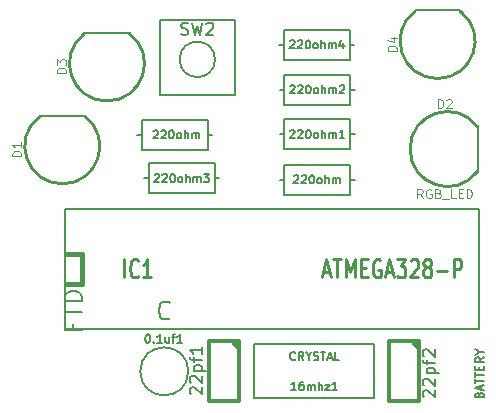
<source format=gto>
%FSLAX46Y46*%
G04 Gerber Fmt 4.6, Leading zero omitted, Abs format (unit mm)*
G04 Created by KiCad (PCBNEW (2014-jul-16 BZR unknown)-product) date Mon 06 Oct 2014 22:12:13 BST*
%MOMM*%
G01*
G04 APERTURE LIST*
%ADD10C,0.100000*%
%ADD11C,0.150000*%
%ADD12C,0.304800*%
%ADD13C,0.381000*%
%ADD14C,0.127000*%
%ADD15C,0.203200*%
%ADD16C,0.254000*%
%ADD17C,0.285750*%
%ADD18C,0.088900*%
G04 APERTURE END LIST*
D10*
D11*
X109728000Y-117856000D02*
G75*
G03X109728000Y-117856000I-2032000J0D01*
G74*
G01*
X115316000Y-115570000D02*
X125476000Y-115570000D01*
X125476000Y-115570000D02*
X125476000Y-120142000D01*
X125476000Y-120142000D02*
X115316000Y-120142000D01*
X115316000Y-115570000D02*
X115316000Y-120142000D01*
D12*
X114046000Y-115366800D02*
X114046000Y-120396000D01*
X114046000Y-120396000D02*
X111506000Y-120396000D01*
X111506000Y-120396000D02*
X111506000Y-115316000D01*
X111506000Y-115316000D02*
X114046000Y-115316000D01*
X113411000Y-115316000D02*
X114046000Y-115951000D01*
X129286000Y-115366800D02*
X129286000Y-120396000D01*
X129286000Y-120396000D02*
X126746000Y-120396000D01*
X126746000Y-120396000D02*
X126746000Y-115316000D01*
X126746000Y-115316000D02*
X129286000Y-115316000D01*
X128651000Y-115316000D02*
X129286000Y-115951000D01*
D11*
X99314000Y-104140000D02*
X99314000Y-114300000D01*
X99314000Y-114300000D02*
X134366000Y-114300000D01*
X134366000Y-114300000D02*
X134366000Y-104140000D01*
X134366000Y-104140000D02*
X99314000Y-104140000D01*
D13*
X99441000Y-107950000D02*
X100711000Y-107950000D01*
X100711000Y-107950000D02*
X100711000Y-110490000D01*
X100711000Y-110490000D02*
X99441000Y-110490000D01*
D11*
X113665000Y-94488000D02*
X113665000Y-88138000D01*
X113665000Y-88138000D02*
X107315000Y-88138000D01*
X107315000Y-88138000D02*
X107315000Y-94488000D01*
X107315000Y-94488000D02*
X113665000Y-94488000D01*
D14*
X111990000Y-91440000D02*
G75*
G03X111990000Y-91440000I-1500000J0D01*
G74*
G01*
D15*
X100965000Y-96215200D02*
X97155000Y-96215200D01*
D16*
X97152332Y-96268003D02*
G75*
G03X100965000Y-96266000I1907668J-2537997D01*
G74*
G01*
D15*
X134264400Y-100939600D02*
X134264400Y-97129600D01*
D16*
X134211597Y-97126932D02*
G75*
G03X134213600Y-100939600I-2537997J-1907668D01*
G74*
G01*
D15*
X104749600Y-89204800D02*
X100939600Y-89204800D01*
D16*
X100936932Y-89257603D02*
G75*
G03X104749600Y-89255600I1907668J-2537997D01*
G74*
G01*
D11*
X117856000Y-97790000D02*
X117475000Y-97790000D01*
X123444000Y-97790000D02*
X123825000Y-97790000D01*
X123444000Y-99060000D02*
X117856000Y-99060000D01*
X117856000Y-99060000D02*
X117856000Y-96520000D01*
X117856000Y-96520000D02*
X123444000Y-96520000D01*
X123444000Y-96520000D02*
X123444000Y-99060000D01*
X117856000Y-94005400D02*
X117475000Y-94005400D01*
X123444000Y-94005400D02*
X123825000Y-94005400D01*
X123444000Y-95275400D02*
X117856000Y-95275400D01*
X117856000Y-95275400D02*
X117856000Y-92735400D01*
X117856000Y-92735400D02*
X123444000Y-92735400D01*
X123444000Y-92735400D02*
X123444000Y-95275400D01*
X111963200Y-101523800D02*
X112344200Y-101523800D01*
X106375200Y-101523800D02*
X105994200Y-101523800D01*
X106375200Y-100253800D02*
X111963200Y-100253800D01*
X111963200Y-100253800D02*
X111963200Y-102793800D01*
X111963200Y-102793800D02*
X106375200Y-102793800D01*
X106375200Y-102793800D02*
X106375200Y-100253800D01*
X123418600Y-90195400D02*
X123799600Y-90195400D01*
X117830600Y-90195400D02*
X117449600Y-90195400D01*
X117830600Y-88925400D02*
X123418600Y-88925400D01*
X123418600Y-88925400D02*
X123418600Y-91465400D01*
X123418600Y-91465400D02*
X117830600Y-91465400D01*
X117830600Y-91465400D02*
X117830600Y-88925400D01*
X117856000Y-101625400D02*
X117475000Y-101625400D01*
X123444000Y-101625400D02*
X123825000Y-101625400D01*
X123444000Y-102895400D02*
X117856000Y-102895400D01*
X117856000Y-102895400D02*
X117856000Y-100355400D01*
X117856000Y-100355400D02*
X123444000Y-100355400D01*
X123444000Y-100355400D02*
X123444000Y-102895400D01*
X111379000Y-97815400D02*
X111760000Y-97815400D01*
X105791000Y-97815400D02*
X105410000Y-97815400D01*
X105791000Y-96545400D02*
X111379000Y-96545400D01*
X111379000Y-96545400D02*
X111379000Y-99085400D01*
X111379000Y-99085400D02*
X105791000Y-99085400D01*
X105791000Y-99085400D02*
X105791000Y-96545400D01*
D15*
X132740400Y-87299800D02*
X128930400Y-87299800D01*
D16*
X128927732Y-87352603D02*
G75*
G03X132740400Y-87350600I1907668J-2537997D01*
G74*
G01*
D11*
X106261867Y-114729467D02*
X106328534Y-114729467D01*
X106395200Y-114762800D01*
X106428534Y-114796133D01*
X106461867Y-114862800D01*
X106495200Y-114996133D01*
X106495200Y-115162800D01*
X106461867Y-115296133D01*
X106428534Y-115362800D01*
X106395200Y-115396133D01*
X106328534Y-115429467D01*
X106261867Y-115429467D01*
X106195200Y-115396133D01*
X106161867Y-115362800D01*
X106128534Y-115296133D01*
X106095200Y-115162800D01*
X106095200Y-114996133D01*
X106128534Y-114862800D01*
X106161867Y-114796133D01*
X106195200Y-114762800D01*
X106261867Y-114729467D01*
X106795201Y-115362800D02*
X106828534Y-115396133D01*
X106795201Y-115429467D01*
X106761867Y-115396133D01*
X106795201Y-115362800D01*
X106795201Y-115429467D01*
X107495200Y-115429467D02*
X107095200Y-115429467D01*
X107295200Y-115429467D02*
X107295200Y-114729467D01*
X107228534Y-114829467D01*
X107161867Y-114896133D01*
X107095200Y-114929467D01*
X108095201Y-114962800D02*
X108095201Y-115429467D01*
X107795201Y-114962800D02*
X107795201Y-115329467D01*
X107828534Y-115396133D01*
X107895201Y-115429467D01*
X107995201Y-115429467D01*
X108061867Y-115396133D01*
X108095201Y-115362800D01*
X108328534Y-114962800D02*
X108595200Y-114962800D01*
X108428534Y-115429467D02*
X108428534Y-114829467D01*
X108461867Y-114762800D01*
X108528534Y-114729467D01*
X108595200Y-114729467D01*
X109195200Y-115429467D02*
X108795200Y-115429467D01*
X108995200Y-115429467D02*
X108995200Y-114729467D01*
X108928534Y-114829467D01*
X108861867Y-114896133D01*
X108795200Y-114929467D01*
X108160286Y-113311714D02*
X108088857Y-113383143D01*
X107874571Y-113454571D01*
X107731714Y-113454571D01*
X107517429Y-113383143D01*
X107374571Y-113240286D01*
X107303143Y-113097429D01*
X107231714Y-112811714D01*
X107231714Y-112597429D01*
X107303143Y-112311714D01*
X107374571Y-112168857D01*
X107517429Y-112026000D01*
X107731714Y-111954571D01*
X107874571Y-111954571D01*
X108088857Y-112026000D01*
X108160286Y-112097429D01*
X118862666Y-119442667D02*
X118462666Y-119442667D01*
X118662666Y-119442667D02*
X118662666Y-118742667D01*
X118596000Y-118842667D01*
X118529333Y-118909333D01*
X118462666Y-118942667D01*
X119462667Y-118742667D02*
X119329333Y-118742667D01*
X119262667Y-118776000D01*
X119229333Y-118809333D01*
X119162667Y-118909333D01*
X119129333Y-119042667D01*
X119129333Y-119309333D01*
X119162667Y-119376000D01*
X119196000Y-119409333D01*
X119262667Y-119442667D01*
X119396000Y-119442667D01*
X119462667Y-119409333D01*
X119496000Y-119376000D01*
X119529333Y-119309333D01*
X119529333Y-119142667D01*
X119496000Y-119076000D01*
X119462667Y-119042667D01*
X119396000Y-119009333D01*
X119262667Y-119009333D01*
X119196000Y-119042667D01*
X119162667Y-119076000D01*
X119129333Y-119142667D01*
X119829334Y-119442667D02*
X119829334Y-118976000D01*
X119829334Y-119042667D02*
X119862667Y-119009333D01*
X119929334Y-118976000D01*
X120029334Y-118976000D01*
X120096000Y-119009333D01*
X120129334Y-119076000D01*
X120129334Y-119442667D01*
X120129334Y-119076000D02*
X120162667Y-119009333D01*
X120229334Y-118976000D01*
X120329334Y-118976000D01*
X120396000Y-119009333D01*
X120429334Y-119076000D01*
X120429334Y-119442667D01*
X120762667Y-119442667D02*
X120762667Y-118742667D01*
X121062667Y-119442667D02*
X121062667Y-119076000D01*
X121029333Y-119009333D01*
X120962667Y-118976000D01*
X120862667Y-118976000D01*
X120796000Y-119009333D01*
X120762667Y-119042667D01*
X121329333Y-118976000D02*
X121696000Y-118976000D01*
X121329333Y-119442667D01*
X121696000Y-119442667D01*
X122329333Y-119442667D02*
X121929333Y-119442667D01*
X122129333Y-119442667D02*
X122129333Y-118742667D01*
X122062667Y-118842667D01*
X121996000Y-118909333D01*
X121929333Y-118942667D01*
X118779334Y-116836000D02*
X118746000Y-116869333D01*
X118646000Y-116902667D01*
X118579334Y-116902667D01*
X118479334Y-116869333D01*
X118412667Y-116802667D01*
X118379334Y-116736000D01*
X118346000Y-116602667D01*
X118346000Y-116502667D01*
X118379334Y-116369333D01*
X118412667Y-116302667D01*
X118479334Y-116236000D01*
X118579334Y-116202667D01*
X118646000Y-116202667D01*
X118746000Y-116236000D01*
X118779334Y-116269333D01*
X119479334Y-116902667D02*
X119246000Y-116569333D01*
X119079334Y-116902667D02*
X119079334Y-116202667D01*
X119346000Y-116202667D01*
X119412667Y-116236000D01*
X119446000Y-116269333D01*
X119479334Y-116336000D01*
X119479334Y-116436000D01*
X119446000Y-116502667D01*
X119412667Y-116536000D01*
X119346000Y-116569333D01*
X119079334Y-116569333D01*
X119912667Y-116569333D02*
X119912667Y-116902667D01*
X119679334Y-116202667D02*
X119912667Y-116569333D01*
X120146000Y-116202667D01*
X120346000Y-116869333D02*
X120446000Y-116902667D01*
X120612667Y-116902667D01*
X120679334Y-116869333D01*
X120712667Y-116836000D01*
X120746000Y-116769333D01*
X120746000Y-116702667D01*
X120712667Y-116636000D01*
X120679334Y-116602667D01*
X120612667Y-116569333D01*
X120479334Y-116536000D01*
X120412667Y-116502667D01*
X120379334Y-116469333D01*
X120346000Y-116402667D01*
X120346000Y-116336000D01*
X120379334Y-116269333D01*
X120412667Y-116236000D01*
X120479334Y-116202667D01*
X120646000Y-116202667D01*
X120746000Y-116236000D01*
X120946001Y-116202667D02*
X121346001Y-116202667D01*
X121146001Y-116902667D02*
X121146001Y-116202667D01*
X121546000Y-116702667D02*
X121879334Y-116702667D01*
X121479334Y-116902667D02*
X121712667Y-116202667D01*
X121946000Y-116902667D01*
X122512667Y-116902667D02*
X122179334Y-116902667D01*
X122179334Y-116202667D01*
D15*
X109961419Y-119755991D02*
X109913800Y-119708372D01*
X109866181Y-119613134D01*
X109866181Y-119375038D01*
X109913800Y-119279800D01*
X109961419Y-119232181D01*
X110056657Y-119184562D01*
X110151895Y-119184562D01*
X110294752Y-119232181D01*
X110866181Y-119803610D01*
X110866181Y-119184562D01*
X109961419Y-118803610D02*
X109913800Y-118755991D01*
X109866181Y-118660753D01*
X109866181Y-118422657D01*
X109913800Y-118327419D01*
X109961419Y-118279800D01*
X110056657Y-118232181D01*
X110151895Y-118232181D01*
X110294752Y-118279800D01*
X110866181Y-118851229D01*
X110866181Y-118232181D01*
X110199514Y-117803610D02*
X111199514Y-117803610D01*
X110247133Y-117803610D02*
X110199514Y-117708372D01*
X110199514Y-117517895D01*
X110247133Y-117422657D01*
X110294752Y-117375038D01*
X110389990Y-117327419D01*
X110675705Y-117327419D01*
X110770943Y-117375038D01*
X110818562Y-117422657D01*
X110866181Y-117517895D01*
X110866181Y-117708372D01*
X110818562Y-117803610D01*
X110199514Y-117041705D02*
X110199514Y-116660753D01*
X110866181Y-116898848D02*
X110009038Y-116898848D01*
X109913800Y-116851229D01*
X109866181Y-116755991D01*
X109866181Y-116660753D01*
X110866181Y-115803609D02*
X110866181Y-116375038D01*
X110866181Y-116089324D02*
X109866181Y-116089324D01*
X110009038Y-116184562D01*
X110104276Y-116279800D01*
X110151895Y-116375038D01*
X129664581Y-120016209D02*
X129616200Y-119967828D01*
X129567819Y-119871066D01*
X129567819Y-119629162D01*
X129616200Y-119532400D01*
X129664581Y-119484019D01*
X129761343Y-119435638D01*
X129858105Y-119435638D01*
X130003248Y-119484019D01*
X130583819Y-120064590D01*
X130583819Y-119435638D01*
X129664581Y-119048590D02*
X129616200Y-119000209D01*
X129567819Y-118903447D01*
X129567819Y-118661543D01*
X129616200Y-118564781D01*
X129664581Y-118516400D01*
X129761343Y-118468019D01*
X129858105Y-118468019D01*
X130003248Y-118516400D01*
X130583819Y-119096971D01*
X130583819Y-118468019D01*
X129906486Y-118032590D02*
X130922486Y-118032590D01*
X129954867Y-118032590D02*
X129906486Y-117935828D01*
X129906486Y-117742305D01*
X129954867Y-117645543D01*
X130003248Y-117597162D01*
X130100010Y-117548781D01*
X130390295Y-117548781D01*
X130487057Y-117597162D01*
X130535438Y-117645543D01*
X130583819Y-117742305D01*
X130583819Y-117935828D01*
X130535438Y-118032590D01*
X129906486Y-117258495D02*
X129906486Y-116871447D01*
X130583819Y-117113352D02*
X129712962Y-117113352D01*
X129616200Y-117064971D01*
X129567819Y-116968209D01*
X129567819Y-116871447D01*
X129664581Y-116581162D02*
X129616200Y-116532781D01*
X129567819Y-116436019D01*
X129567819Y-116194115D01*
X129616200Y-116097353D01*
X129664581Y-116048972D01*
X129761343Y-116000591D01*
X129858105Y-116000591D01*
X130003248Y-116048972D01*
X130583819Y-116629543D01*
X130583819Y-116000591D01*
D17*
X104294215Y-109909429D02*
X104294215Y-108385429D01*
X105491644Y-109764286D02*
X105437215Y-109836857D01*
X105273929Y-109909429D01*
X105165072Y-109909429D01*
X105001787Y-109836857D01*
X104892929Y-109691714D01*
X104838501Y-109546571D01*
X104784072Y-109256286D01*
X104784072Y-109038571D01*
X104838501Y-108748286D01*
X104892929Y-108603143D01*
X105001787Y-108458000D01*
X105165072Y-108385429D01*
X105273929Y-108385429D01*
X105437215Y-108458000D01*
X105491644Y-108530571D01*
X106580215Y-109909429D02*
X105927072Y-109909429D01*
X106253644Y-109909429D02*
X106253644Y-108385429D01*
X106144787Y-108603143D01*
X106035929Y-108748286D01*
X105927072Y-108820857D01*
D12*
D17*
X121148929Y-109474000D02*
X121693215Y-109474000D01*
X121040072Y-109909429D02*
X121421072Y-108385429D01*
X121802072Y-109909429D01*
X122019786Y-108385429D02*
X122672929Y-108385429D01*
X122346358Y-109909429D02*
X122346358Y-108385429D01*
X123053929Y-109909429D02*
X123053929Y-108385429D01*
X123434929Y-109474000D01*
X123815929Y-108385429D01*
X123815929Y-109909429D01*
X124360215Y-109111143D02*
X124741215Y-109111143D01*
X124904501Y-109909429D02*
X124360215Y-109909429D01*
X124360215Y-108385429D01*
X124904501Y-108385429D01*
X125993072Y-108458000D02*
X125884215Y-108385429D01*
X125720929Y-108385429D01*
X125557644Y-108458000D01*
X125448786Y-108603143D01*
X125394358Y-108748286D01*
X125339929Y-109038571D01*
X125339929Y-109256286D01*
X125394358Y-109546571D01*
X125448786Y-109691714D01*
X125557644Y-109836857D01*
X125720929Y-109909429D01*
X125829786Y-109909429D01*
X125993072Y-109836857D01*
X126047501Y-109764286D01*
X126047501Y-109256286D01*
X125829786Y-109256286D01*
X126482929Y-109474000D02*
X127027215Y-109474000D01*
X126374072Y-109909429D02*
X126755072Y-108385429D01*
X127136072Y-109909429D01*
X127408215Y-108385429D02*
X128115786Y-108385429D01*
X127734786Y-108966000D01*
X127898072Y-108966000D01*
X128006929Y-109038571D01*
X128061358Y-109111143D01*
X128115786Y-109256286D01*
X128115786Y-109619143D01*
X128061358Y-109764286D01*
X128006929Y-109836857D01*
X127898072Y-109909429D01*
X127571500Y-109909429D01*
X127462643Y-109836857D01*
X127408215Y-109764286D01*
X128551214Y-108530571D02*
X128605643Y-108458000D01*
X128714500Y-108385429D01*
X128986643Y-108385429D01*
X129095500Y-108458000D01*
X129149929Y-108530571D01*
X129204357Y-108675714D01*
X129204357Y-108820857D01*
X129149929Y-109038571D01*
X128496786Y-109909429D01*
X129204357Y-109909429D01*
X129857500Y-109038571D02*
X129748642Y-108966000D01*
X129694214Y-108893429D01*
X129639785Y-108748286D01*
X129639785Y-108675714D01*
X129694214Y-108530571D01*
X129748642Y-108458000D01*
X129857500Y-108385429D01*
X130075214Y-108385429D01*
X130184071Y-108458000D01*
X130238500Y-108530571D01*
X130292928Y-108675714D01*
X130292928Y-108748286D01*
X130238500Y-108893429D01*
X130184071Y-108966000D01*
X130075214Y-109038571D01*
X129857500Y-109038571D01*
X129748642Y-109111143D01*
X129694214Y-109183714D01*
X129639785Y-109328857D01*
X129639785Y-109619143D01*
X129694214Y-109764286D01*
X129748642Y-109836857D01*
X129857500Y-109909429D01*
X130075214Y-109909429D01*
X130184071Y-109836857D01*
X130238500Y-109764286D01*
X130292928Y-109619143D01*
X130292928Y-109328857D01*
X130238500Y-109183714D01*
X130184071Y-109111143D01*
X130075214Y-109038571D01*
X130782785Y-109328857D02*
X131653642Y-109328857D01*
X132197928Y-109909429D02*
X132197928Y-108385429D01*
X132633356Y-108385429D01*
X132742214Y-108458000D01*
X132796642Y-108530571D01*
X132851071Y-108675714D01*
X132851071Y-108893429D01*
X132796642Y-109038571D01*
X132742214Y-109111143D01*
X132633356Y-109183714D01*
X132197928Y-109183714D01*
D15*
X109135334Y-89311238D02*
X109280477Y-89359619D01*
X109522381Y-89359619D01*
X109619143Y-89311238D01*
X109667524Y-89262857D01*
X109715905Y-89166095D01*
X109715905Y-89069333D01*
X109667524Y-88972571D01*
X109619143Y-88924190D01*
X109522381Y-88875810D01*
X109328858Y-88827429D01*
X109232096Y-88779048D01*
X109183715Y-88730667D01*
X109135334Y-88633905D01*
X109135334Y-88537143D01*
X109183715Y-88440381D01*
X109232096Y-88392000D01*
X109328858Y-88343619D01*
X109570762Y-88343619D01*
X109715905Y-88392000D01*
X110054572Y-88343619D02*
X110296477Y-89359619D01*
X110490000Y-88633905D01*
X110683524Y-89359619D01*
X110925429Y-88343619D01*
X111264096Y-88440381D02*
X111312477Y-88392000D01*
X111409239Y-88343619D01*
X111651143Y-88343619D01*
X111747905Y-88392000D01*
X111796286Y-88440381D01*
X111844667Y-88537143D01*
X111844667Y-88633905D01*
X111796286Y-88779048D01*
X111215715Y-89359619D01*
X111844667Y-89359619D01*
D11*
X134366800Y-119834599D02*
X134400133Y-119734599D01*
X134433467Y-119701266D01*
X134500133Y-119667932D01*
X134600133Y-119667932D01*
X134666800Y-119701266D01*
X134700133Y-119734599D01*
X134733467Y-119801266D01*
X134733467Y-120067932D01*
X134033467Y-120067932D01*
X134033467Y-119834599D01*
X134066800Y-119767932D01*
X134100133Y-119734599D01*
X134166800Y-119701266D01*
X134233467Y-119701266D01*
X134300133Y-119734599D01*
X134333467Y-119767932D01*
X134366800Y-119834599D01*
X134366800Y-120067932D01*
X134533467Y-119401266D02*
X134533467Y-119067932D01*
X134733467Y-119467932D02*
X134033467Y-119234599D01*
X134733467Y-119001266D01*
X134033467Y-118867932D02*
X134033467Y-118467932D01*
X134733467Y-118667932D02*
X134033467Y-118667932D01*
X134033467Y-118334599D02*
X134033467Y-117934599D01*
X134733467Y-118134599D02*
X134033467Y-118134599D01*
X134366800Y-117701266D02*
X134366800Y-117467933D01*
X134733467Y-117367933D02*
X134733467Y-117701266D01*
X134033467Y-117701266D01*
X134033467Y-117367933D01*
X134733467Y-116667933D02*
X134400133Y-116901267D01*
X134733467Y-117067933D02*
X134033467Y-117067933D01*
X134033467Y-116801267D01*
X134066800Y-116734600D01*
X134100133Y-116701267D01*
X134166800Y-116667933D01*
X134266800Y-116667933D01*
X134333467Y-116701267D01*
X134366800Y-116734600D01*
X134400133Y-116801267D01*
X134400133Y-117067933D01*
X134400133Y-116234600D02*
X134733467Y-116234600D01*
X134033467Y-116467933D02*
X134400133Y-116234600D01*
X134033467Y-116001267D01*
X99968857Y-113859285D02*
X99968857Y-114359285D01*
X100754571Y-114359285D02*
X99254571Y-114359285D01*
X99254571Y-113644999D01*
X99254571Y-113287857D02*
X99254571Y-112430714D01*
X100754571Y-112859285D02*
X99254571Y-112859285D01*
X100754571Y-111930714D02*
X99254571Y-111930714D01*
X99254571Y-111573571D01*
X99326000Y-111359286D01*
X99468857Y-111216428D01*
X99611714Y-111145000D01*
X99897429Y-111073571D01*
X100111714Y-111073571D01*
X100397429Y-111145000D01*
X100540286Y-111216428D01*
X100683143Y-111359286D01*
X100754571Y-111573571D01*
X100754571Y-111930714D01*
X100754571Y-110430714D02*
X99254571Y-110430714D01*
D18*
X95594714Y-99622428D02*
X94832714Y-99622428D01*
X94832714Y-99441000D01*
X94869000Y-99332143D01*
X94941571Y-99259571D01*
X95014143Y-99223286D01*
X95159286Y-99187000D01*
X95268143Y-99187000D01*
X95413286Y-99223286D01*
X95485857Y-99259571D01*
X95558429Y-99332143D01*
X95594714Y-99441000D01*
X95594714Y-99622428D01*
X95594714Y-98461286D02*
X95594714Y-98896714D01*
X95594714Y-98679000D02*
X94832714Y-98679000D01*
X94941571Y-98751571D01*
X95014143Y-98824143D01*
X95050429Y-98896714D01*
X130857172Y-95569314D02*
X130857172Y-94807314D01*
X131038600Y-94807314D01*
X131147457Y-94843600D01*
X131220029Y-94916171D01*
X131256314Y-94988743D01*
X131292600Y-95133886D01*
X131292600Y-95242743D01*
X131256314Y-95387886D01*
X131220029Y-95460457D01*
X131147457Y-95533029D01*
X131038600Y-95569314D01*
X130857172Y-95569314D01*
X131582886Y-94879886D02*
X131619172Y-94843600D01*
X131691743Y-94807314D01*
X131873172Y-94807314D01*
X131945743Y-94843600D01*
X131982029Y-94879886D01*
X132018314Y-94952457D01*
X132018314Y-95025029D01*
X131982029Y-95133886D01*
X131546600Y-95569314D01*
X132018314Y-95569314D01*
X129569029Y-103189314D02*
X129315029Y-102826457D01*
X129133601Y-103189314D02*
X129133601Y-102427314D01*
X129423886Y-102427314D01*
X129496458Y-102463600D01*
X129532743Y-102499886D01*
X129569029Y-102572457D01*
X129569029Y-102681314D01*
X129532743Y-102753886D01*
X129496458Y-102790171D01*
X129423886Y-102826457D01*
X129133601Y-102826457D01*
X130294743Y-102463600D02*
X130222172Y-102427314D01*
X130113315Y-102427314D01*
X130004458Y-102463600D01*
X129931886Y-102536171D01*
X129895601Y-102608743D01*
X129859315Y-102753886D01*
X129859315Y-102862743D01*
X129895601Y-103007886D01*
X129931886Y-103080457D01*
X130004458Y-103153029D01*
X130113315Y-103189314D01*
X130185886Y-103189314D01*
X130294743Y-103153029D01*
X130331029Y-103116743D01*
X130331029Y-102862743D01*
X130185886Y-102862743D01*
X130911601Y-102790171D02*
X131020458Y-102826457D01*
X131056743Y-102862743D01*
X131093029Y-102935314D01*
X131093029Y-103044171D01*
X131056743Y-103116743D01*
X131020458Y-103153029D01*
X130947886Y-103189314D01*
X130657601Y-103189314D01*
X130657601Y-102427314D01*
X130911601Y-102427314D01*
X130984172Y-102463600D01*
X131020458Y-102499886D01*
X131056743Y-102572457D01*
X131056743Y-102645029D01*
X131020458Y-102717600D01*
X130984172Y-102753886D01*
X130911601Y-102790171D01*
X130657601Y-102790171D01*
X131238172Y-103261886D02*
X131818743Y-103261886D01*
X132363029Y-103189314D02*
X132000172Y-103189314D01*
X132000172Y-102427314D01*
X132617029Y-102790171D02*
X132871029Y-102790171D01*
X132979886Y-103189314D02*
X132617029Y-103189314D01*
X132617029Y-102427314D01*
X132979886Y-102427314D01*
X133306458Y-103189314D02*
X133306458Y-102427314D01*
X133487886Y-102427314D01*
X133596743Y-102463600D01*
X133669315Y-102536171D01*
X133705600Y-102608743D01*
X133741886Y-102753886D01*
X133741886Y-102862743D01*
X133705600Y-103007886D01*
X133669315Y-103080457D01*
X133596743Y-103153029D01*
X133487886Y-103189314D01*
X133306458Y-103189314D01*
X99379314Y-92612028D02*
X98617314Y-92612028D01*
X98617314Y-92430600D01*
X98653600Y-92321743D01*
X98726171Y-92249171D01*
X98798743Y-92212886D01*
X98943886Y-92176600D01*
X99052743Y-92176600D01*
X99197886Y-92212886D01*
X99270457Y-92249171D01*
X99343029Y-92321743D01*
X99379314Y-92430600D01*
X99379314Y-92612028D01*
X98617314Y-91922600D02*
X98617314Y-91450886D01*
X98907600Y-91704886D01*
X98907600Y-91596028D01*
X98943886Y-91523457D01*
X98980171Y-91487171D01*
X99052743Y-91450886D01*
X99234171Y-91450886D01*
X99306743Y-91487171D01*
X99343029Y-91523457D01*
X99379314Y-91596028D01*
X99379314Y-91813743D01*
X99343029Y-91886314D01*
X99306743Y-91922600D01*
D11*
X118350000Y-97473333D02*
X118383334Y-97440000D01*
X118450000Y-97406667D01*
X118616667Y-97406667D01*
X118683334Y-97440000D01*
X118716667Y-97473333D01*
X118750000Y-97540000D01*
X118750000Y-97606667D01*
X118716667Y-97706667D01*
X118316667Y-98106667D01*
X118750000Y-98106667D01*
X119016667Y-97473333D02*
X119050001Y-97440000D01*
X119116667Y-97406667D01*
X119283334Y-97406667D01*
X119350001Y-97440000D01*
X119383334Y-97473333D01*
X119416667Y-97540000D01*
X119416667Y-97606667D01*
X119383334Y-97706667D01*
X118983334Y-98106667D01*
X119416667Y-98106667D01*
X119850001Y-97406667D02*
X119916668Y-97406667D01*
X119983334Y-97440000D01*
X120016668Y-97473333D01*
X120050001Y-97540000D01*
X120083334Y-97673333D01*
X120083334Y-97840000D01*
X120050001Y-97973333D01*
X120016668Y-98040000D01*
X119983334Y-98073333D01*
X119916668Y-98106667D01*
X119850001Y-98106667D01*
X119783334Y-98073333D01*
X119750001Y-98040000D01*
X119716668Y-97973333D01*
X119683334Y-97840000D01*
X119683334Y-97673333D01*
X119716668Y-97540000D01*
X119750001Y-97473333D01*
X119783334Y-97440000D01*
X119850001Y-97406667D01*
X120483335Y-98106667D02*
X120416668Y-98073333D01*
X120383335Y-98040000D01*
X120350001Y-97973333D01*
X120350001Y-97773333D01*
X120383335Y-97706667D01*
X120416668Y-97673333D01*
X120483335Y-97640000D01*
X120583335Y-97640000D01*
X120650001Y-97673333D01*
X120683335Y-97706667D01*
X120716668Y-97773333D01*
X120716668Y-97973333D01*
X120683335Y-98040000D01*
X120650001Y-98073333D01*
X120583335Y-98106667D01*
X120483335Y-98106667D01*
X121016668Y-98106667D02*
X121016668Y-97406667D01*
X121316668Y-98106667D02*
X121316668Y-97740000D01*
X121283334Y-97673333D01*
X121216668Y-97640000D01*
X121116668Y-97640000D01*
X121050001Y-97673333D01*
X121016668Y-97706667D01*
X121650001Y-98106667D02*
X121650001Y-97640000D01*
X121650001Y-97706667D02*
X121683334Y-97673333D01*
X121750001Y-97640000D01*
X121850001Y-97640000D01*
X121916667Y-97673333D01*
X121950001Y-97740000D01*
X121950001Y-98106667D01*
X121950001Y-97740000D02*
X121983334Y-97673333D01*
X122050001Y-97640000D01*
X122150001Y-97640000D01*
X122216667Y-97673333D01*
X122250001Y-97740000D01*
X122250001Y-98106667D01*
X122950000Y-98106667D02*
X122550000Y-98106667D01*
X122750000Y-98106667D02*
X122750000Y-97406667D01*
X122683334Y-97506667D01*
X122616667Y-97573333D01*
X122550000Y-97606667D01*
X118350000Y-93688733D02*
X118383334Y-93655400D01*
X118450000Y-93622067D01*
X118616667Y-93622067D01*
X118683334Y-93655400D01*
X118716667Y-93688733D01*
X118750000Y-93755400D01*
X118750000Y-93822067D01*
X118716667Y-93922067D01*
X118316667Y-94322067D01*
X118750000Y-94322067D01*
X119016667Y-93688733D02*
X119050001Y-93655400D01*
X119116667Y-93622067D01*
X119283334Y-93622067D01*
X119350001Y-93655400D01*
X119383334Y-93688733D01*
X119416667Y-93755400D01*
X119416667Y-93822067D01*
X119383334Y-93922067D01*
X118983334Y-94322067D01*
X119416667Y-94322067D01*
X119850001Y-93622067D02*
X119916668Y-93622067D01*
X119983334Y-93655400D01*
X120016668Y-93688733D01*
X120050001Y-93755400D01*
X120083334Y-93888733D01*
X120083334Y-94055400D01*
X120050001Y-94188733D01*
X120016668Y-94255400D01*
X119983334Y-94288733D01*
X119916668Y-94322067D01*
X119850001Y-94322067D01*
X119783334Y-94288733D01*
X119750001Y-94255400D01*
X119716668Y-94188733D01*
X119683334Y-94055400D01*
X119683334Y-93888733D01*
X119716668Y-93755400D01*
X119750001Y-93688733D01*
X119783334Y-93655400D01*
X119850001Y-93622067D01*
X120483335Y-94322067D02*
X120416668Y-94288733D01*
X120383335Y-94255400D01*
X120350001Y-94188733D01*
X120350001Y-93988733D01*
X120383335Y-93922067D01*
X120416668Y-93888733D01*
X120483335Y-93855400D01*
X120583335Y-93855400D01*
X120650001Y-93888733D01*
X120683335Y-93922067D01*
X120716668Y-93988733D01*
X120716668Y-94188733D01*
X120683335Y-94255400D01*
X120650001Y-94288733D01*
X120583335Y-94322067D01*
X120483335Y-94322067D01*
X121016668Y-94322067D02*
X121016668Y-93622067D01*
X121316668Y-94322067D02*
X121316668Y-93955400D01*
X121283334Y-93888733D01*
X121216668Y-93855400D01*
X121116668Y-93855400D01*
X121050001Y-93888733D01*
X121016668Y-93922067D01*
X121650001Y-94322067D02*
X121650001Y-93855400D01*
X121650001Y-93922067D02*
X121683334Y-93888733D01*
X121750001Y-93855400D01*
X121850001Y-93855400D01*
X121916667Y-93888733D01*
X121950001Y-93955400D01*
X121950001Y-94322067D01*
X121950001Y-93955400D02*
X121983334Y-93888733D01*
X122050001Y-93855400D01*
X122150001Y-93855400D01*
X122216667Y-93888733D01*
X122250001Y-93955400D01*
X122250001Y-94322067D01*
X122550000Y-93688733D02*
X122583334Y-93655400D01*
X122650000Y-93622067D01*
X122816667Y-93622067D01*
X122883334Y-93655400D01*
X122916667Y-93688733D01*
X122950000Y-93755400D01*
X122950000Y-93822067D01*
X122916667Y-93922067D01*
X122516667Y-94322067D01*
X122950000Y-94322067D01*
X106869200Y-101207133D02*
X106902534Y-101173800D01*
X106969200Y-101140467D01*
X107135867Y-101140467D01*
X107202534Y-101173800D01*
X107235867Y-101207133D01*
X107269200Y-101273800D01*
X107269200Y-101340467D01*
X107235867Y-101440467D01*
X106835867Y-101840467D01*
X107269200Y-101840467D01*
X107535867Y-101207133D02*
X107569201Y-101173800D01*
X107635867Y-101140467D01*
X107802534Y-101140467D01*
X107869201Y-101173800D01*
X107902534Y-101207133D01*
X107935867Y-101273800D01*
X107935867Y-101340467D01*
X107902534Y-101440467D01*
X107502534Y-101840467D01*
X107935867Y-101840467D01*
X108369201Y-101140467D02*
X108435868Y-101140467D01*
X108502534Y-101173800D01*
X108535868Y-101207133D01*
X108569201Y-101273800D01*
X108602534Y-101407133D01*
X108602534Y-101573800D01*
X108569201Y-101707133D01*
X108535868Y-101773800D01*
X108502534Y-101807133D01*
X108435868Y-101840467D01*
X108369201Y-101840467D01*
X108302534Y-101807133D01*
X108269201Y-101773800D01*
X108235868Y-101707133D01*
X108202534Y-101573800D01*
X108202534Y-101407133D01*
X108235868Y-101273800D01*
X108269201Y-101207133D01*
X108302534Y-101173800D01*
X108369201Y-101140467D01*
X109002535Y-101840467D02*
X108935868Y-101807133D01*
X108902535Y-101773800D01*
X108869201Y-101707133D01*
X108869201Y-101507133D01*
X108902535Y-101440467D01*
X108935868Y-101407133D01*
X109002535Y-101373800D01*
X109102535Y-101373800D01*
X109169201Y-101407133D01*
X109202535Y-101440467D01*
X109235868Y-101507133D01*
X109235868Y-101707133D01*
X109202535Y-101773800D01*
X109169201Y-101807133D01*
X109102535Y-101840467D01*
X109002535Y-101840467D01*
X109535868Y-101840467D02*
X109535868Y-101140467D01*
X109835868Y-101840467D02*
X109835868Y-101473800D01*
X109802534Y-101407133D01*
X109735868Y-101373800D01*
X109635868Y-101373800D01*
X109569201Y-101407133D01*
X109535868Y-101440467D01*
X110169201Y-101840467D02*
X110169201Y-101373800D01*
X110169201Y-101440467D02*
X110202534Y-101407133D01*
X110269201Y-101373800D01*
X110369201Y-101373800D01*
X110435867Y-101407133D01*
X110469201Y-101473800D01*
X110469201Y-101840467D01*
X110469201Y-101473800D02*
X110502534Y-101407133D01*
X110569201Y-101373800D01*
X110669201Y-101373800D01*
X110735867Y-101407133D01*
X110769201Y-101473800D01*
X110769201Y-101840467D01*
X111035867Y-101140467D02*
X111469200Y-101140467D01*
X111235867Y-101407133D01*
X111335867Y-101407133D01*
X111402534Y-101440467D01*
X111435867Y-101473800D01*
X111469200Y-101540467D01*
X111469200Y-101707133D01*
X111435867Y-101773800D01*
X111402534Y-101807133D01*
X111335867Y-101840467D01*
X111135867Y-101840467D01*
X111069200Y-101807133D01*
X111035867Y-101773800D01*
X118324600Y-89878733D02*
X118357934Y-89845400D01*
X118424600Y-89812067D01*
X118591267Y-89812067D01*
X118657934Y-89845400D01*
X118691267Y-89878733D01*
X118724600Y-89945400D01*
X118724600Y-90012067D01*
X118691267Y-90112067D01*
X118291267Y-90512067D01*
X118724600Y-90512067D01*
X118991267Y-89878733D02*
X119024601Y-89845400D01*
X119091267Y-89812067D01*
X119257934Y-89812067D01*
X119324601Y-89845400D01*
X119357934Y-89878733D01*
X119391267Y-89945400D01*
X119391267Y-90012067D01*
X119357934Y-90112067D01*
X118957934Y-90512067D01*
X119391267Y-90512067D01*
X119824601Y-89812067D02*
X119891268Y-89812067D01*
X119957934Y-89845400D01*
X119991268Y-89878733D01*
X120024601Y-89945400D01*
X120057934Y-90078733D01*
X120057934Y-90245400D01*
X120024601Y-90378733D01*
X119991268Y-90445400D01*
X119957934Y-90478733D01*
X119891268Y-90512067D01*
X119824601Y-90512067D01*
X119757934Y-90478733D01*
X119724601Y-90445400D01*
X119691268Y-90378733D01*
X119657934Y-90245400D01*
X119657934Y-90078733D01*
X119691268Y-89945400D01*
X119724601Y-89878733D01*
X119757934Y-89845400D01*
X119824601Y-89812067D01*
X120457935Y-90512067D02*
X120391268Y-90478733D01*
X120357935Y-90445400D01*
X120324601Y-90378733D01*
X120324601Y-90178733D01*
X120357935Y-90112067D01*
X120391268Y-90078733D01*
X120457935Y-90045400D01*
X120557935Y-90045400D01*
X120624601Y-90078733D01*
X120657935Y-90112067D01*
X120691268Y-90178733D01*
X120691268Y-90378733D01*
X120657935Y-90445400D01*
X120624601Y-90478733D01*
X120557935Y-90512067D01*
X120457935Y-90512067D01*
X120991268Y-90512067D02*
X120991268Y-89812067D01*
X121291268Y-90512067D02*
X121291268Y-90145400D01*
X121257934Y-90078733D01*
X121191268Y-90045400D01*
X121091268Y-90045400D01*
X121024601Y-90078733D01*
X120991268Y-90112067D01*
X121624601Y-90512067D02*
X121624601Y-90045400D01*
X121624601Y-90112067D02*
X121657934Y-90078733D01*
X121724601Y-90045400D01*
X121824601Y-90045400D01*
X121891267Y-90078733D01*
X121924601Y-90145400D01*
X121924601Y-90512067D01*
X121924601Y-90145400D02*
X121957934Y-90078733D01*
X122024601Y-90045400D01*
X122124601Y-90045400D01*
X122191267Y-90078733D01*
X122224601Y-90145400D01*
X122224601Y-90512067D01*
X122857934Y-90045400D02*
X122857934Y-90512067D01*
X122691267Y-89778733D02*
X122524600Y-90278733D01*
X122957934Y-90278733D01*
X118657933Y-101308733D02*
X118691267Y-101275400D01*
X118757933Y-101242067D01*
X118924600Y-101242067D01*
X118991267Y-101275400D01*
X119024600Y-101308733D01*
X119057933Y-101375400D01*
X119057933Y-101442067D01*
X119024600Y-101542067D01*
X118624600Y-101942067D01*
X119057933Y-101942067D01*
X119324600Y-101308733D02*
X119357934Y-101275400D01*
X119424600Y-101242067D01*
X119591267Y-101242067D01*
X119657934Y-101275400D01*
X119691267Y-101308733D01*
X119724600Y-101375400D01*
X119724600Y-101442067D01*
X119691267Y-101542067D01*
X119291267Y-101942067D01*
X119724600Y-101942067D01*
X120157934Y-101242067D02*
X120224601Y-101242067D01*
X120291267Y-101275400D01*
X120324601Y-101308733D01*
X120357934Y-101375400D01*
X120391267Y-101508733D01*
X120391267Y-101675400D01*
X120357934Y-101808733D01*
X120324601Y-101875400D01*
X120291267Y-101908733D01*
X120224601Y-101942067D01*
X120157934Y-101942067D01*
X120091267Y-101908733D01*
X120057934Y-101875400D01*
X120024601Y-101808733D01*
X119991267Y-101675400D01*
X119991267Y-101508733D01*
X120024601Y-101375400D01*
X120057934Y-101308733D01*
X120091267Y-101275400D01*
X120157934Y-101242067D01*
X120791268Y-101942067D02*
X120724601Y-101908733D01*
X120691268Y-101875400D01*
X120657934Y-101808733D01*
X120657934Y-101608733D01*
X120691268Y-101542067D01*
X120724601Y-101508733D01*
X120791268Y-101475400D01*
X120891268Y-101475400D01*
X120957934Y-101508733D01*
X120991268Y-101542067D01*
X121024601Y-101608733D01*
X121024601Y-101808733D01*
X120991268Y-101875400D01*
X120957934Y-101908733D01*
X120891268Y-101942067D01*
X120791268Y-101942067D01*
X121324601Y-101942067D02*
X121324601Y-101242067D01*
X121624601Y-101942067D02*
X121624601Y-101575400D01*
X121591267Y-101508733D01*
X121524601Y-101475400D01*
X121424601Y-101475400D01*
X121357934Y-101508733D01*
X121324601Y-101542067D01*
X121957934Y-101942067D02*
X121957934Y-101475400D01*
X121957934Y-101542067D02*
X121991267Y-101508733D01*
X122057934Y-101475400D01*
X122157934Y-101475400D01*
X122224600Y-101508733D01*
X122257934Y-101575400D01*
X122257934Y-101942067D01*
X122257934Y-101575400D02*
X122291267Y-101508733D01*
X122357934Y-101475400D01*
X122457934Y-101475400D01*
X122524600Y-101508733D01*
X122557934Y-101575400D01*
X122557934Y-101942067D01*
X106770733Y-97498733D02*
X106804067Y-97465400D01*
X106870733Y-97432067D01*
X107037400Y-97432067D01*
X107104067Y-97465400D01*
X107137400Y-97498733D01*
X107170733Y-97565400D01*
X107170733Y-97632067D01*
X107137400Y-97732067D01*
X106737400Y-98132067D01*
X107170733Y-98132067D01*
X107437400Y-97498733D02*
X107470734Y-97465400D01*
X107537400Y-97432067D01*
X107704067Y-97432067D01*
X107770734Y-97465400D01*
X107804067Y-97498733D01*
X107837400Y-97565400D01*
X107837400Y-97632067D01*
X107804067Y-97732067D01*
X107404067Y-98132067D01*
X107837400Y-98132067D01*
X108270734Y-97432067D02*
X108337401Y-97432067D01*
X108404067Y-97465400D01*
X108437401Y-97498733D01*
X108470734Y-97565400D01*
X108504067Y-97698733D01*
X108504067Y-97865400D01*
X108470734Y-97998733D01*
X108437401Y-98065400D01*
X108404067Y-98098733D01*
X108337401Y-98132067D01*
X108270734Y-98132067D01*
X108204067Y-98098733D01*
X108170734Y-98065400D01*
X108137401Y-97998733D01*
X108104067Y-97865400D01*
X108104067Y-97698733D01*
X108137401Y-97565400D01*
X108170734Y-97498733D01*
X108204067Y-97465400D01*
X108270734Y-97432067D01*
X108904068Y-98132067D02*
X108837401Y-98098733D01*
X108804068Y-98065400D01*
X108770734Y-97998733D01*
X108770734Y-97798733D01*
X108804068Y-97732067D01*
X108837401Y-97698733D01*
X108904068Y-97665400D01*
X109004068Y-97665400D01*
X109070734Y-97698733D01*
X109104068Y-97732067D01*
X109137401Y-97798733D01*
X109137401Y-97998733D01*
X109104068Y-98065400D01*
X109070734Y-98098733D01*
X109004068Y-98132067D01*
X108904068Y-98132067D01*
X109437401Y-98132067D02*
X109437401Y-97432067D01*
X109737401Y-98132067D02*
X109737401Y-97765400D01*
X109704067Y-97698733D01*
X109637401Y-97665400D01*
X109537401Y-97665400D01*
X109470734Y-97698733D01*
X109437401Y-97732067D01*
X110070734Y-98132067D02*
X110070734Y-97665400D01*
X110070734Y-97732067D02*
X110104067Y-97698733D01*
X110170734Y-97665400D01*
X110270734Y-97665400D01*
X110337400Y-97698733D01*
X110370734Y-97765400D01*
X110370734Y-98132067D01*
X110370734Y-97765400D02*
X110404067Y-97698733D01*
X110470734Y-97665400D01*
X110570734Y-97665400D01*
X110637400Y-97698733D01*
X110670734Y-97765400D01*
X110670734Y-98132067D01*
D18*
X127370114Y-90707028D02*
X126608114Y-90707028D01*
X126608114Y-90525600D01*
X126644400Y-90416743D01*
X126716971Y-90344171D01*
X126789543Y-90307886D01*
X126934686Y-90271600D01*
X127043543Y-90271600D01*
X127188686Y-90307886D01*
X127261257Y-90344171D01*
X127333829Y-90416743D01*
X127370114Y-90525600D01*
X127370114Y-90707028D01*
X126862114Y-89618457D02*
X127370114Y-89618457D01*
X126571829Y-89799886D02*
X127116114Y-89981314D01*
X127116114Y-89509600D01*
M02*

</source>
